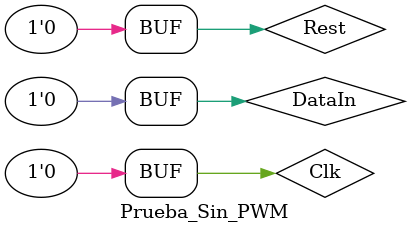
<source format=v>
`timescale 1ns / 1ps


module Prueba_Sin_PWM;

	// Inputs
	reg Clk;
	reg Rest;
	reg DataIn;

	// Instantiate the Unit Under Test (UUT)
	Prueba_ADC_IPD_Trunk uut (
		.Clk(Clk), 
		.Rest(Rest), 
		.DataIn(DataIn)
	);

	initial begin
		// Initialize Inputs
		Clk = 0;
		Rest = 0;
		DataIn = 0;

		// Wait 100 ns for global reset to finish
		#100;
        
		// Add stimulus here

	end
      
endmodule


</source>
